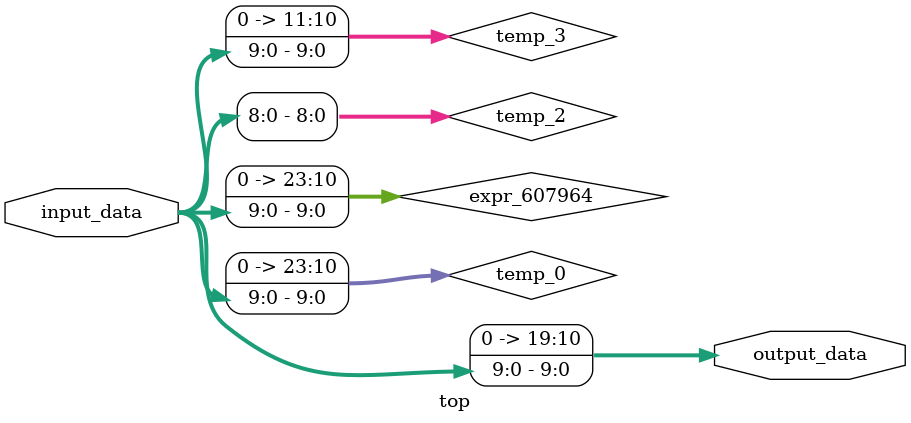
<source format=sv>
module top (
    input [9:0] input_data,
    output [19:0] output_data
);

    logic [23:0] temp_0;
    logic [17:0] temp_1;
    logic [8:0] temp_2;
    logic [11:0] temp_3;
    logic [0:0] temp_4;
    logic [21:0] temp_5;

    assign temp_0 = input_data;
    assign temp_1 = ($signed(($unsigned(($unsigned(temp_0) != input_data)) - input_data)) + input_data);
    assign temp_2 = input_data[8:0];
    logic [23:0] expr_607964;
    assign expr_607964 = temp_0;
    assign temp_3 = expr_607964[11:0];
    logic [17:0] expr_910856;
    assign expr_910856 = temp_1;
    assign temp_4 = expr_910856[0:0];
    logic [24:0] expr_838200;
    assign expr_838200 = ($signed(temp_4) - temp_0);
    assign temp_5 = expr_838200[21:0];

    assign output_data = temp_3;

endmodule
</source>
